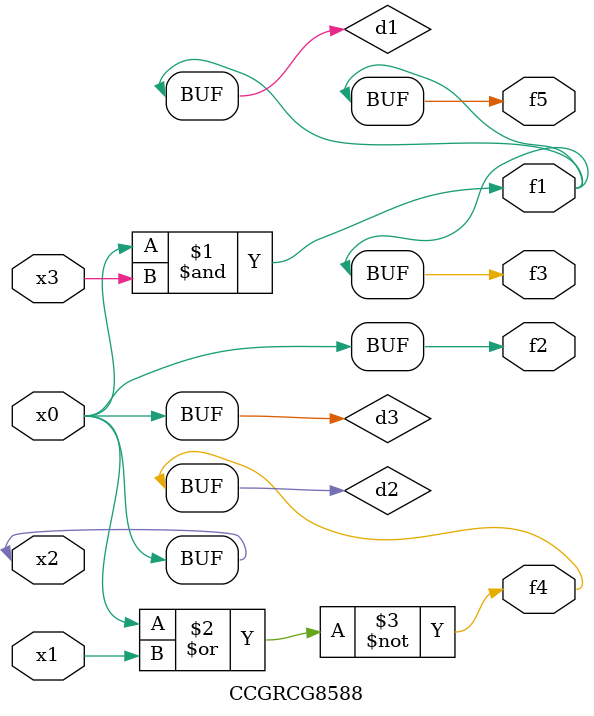
<source format=v>
module CCGRCG8588(
	input x0, x1, x2, x3,
	output f1, f2, f3, f4, f5
);

	wire d1, d2, d3;

	and (d1, x2, x3);
	nor (d2, x0, x1);
	buf (d3, x0, x2);
	assign f1 = d1;
	assign f2 = d3;
	assign f3 = d1;
	assign f4 = d2;
	assign f5 = d1;
endmodule

</source>
